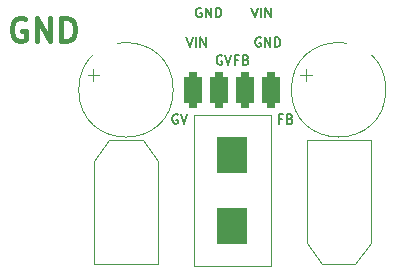
<source format=gbr>
%TF.GenerationSoftware,KiCad,Pcbnew,(6.0.5)*%
%TF.CreationDate,2022-11-23T01:52:28-05:00*%
%TF.ProjectId,Eggman3,4567676d-616e-4332-9e6b-696361645f70,rev?*%
%TF.SameCoordinates,Original*%
%TF.FileFunction,Legend,Top*%
%TF.FilePolarity,Positive*%
%FSLAX46Y46*%
G04 Gerber Fmt 4.6, Leading zero omitted, Abs format (unit mm)*
G04 Created by KiCad (PCBNEW (6.0.5)) date 2022-11-23 01:52:28*
%MOMM*%
%LPD*%
G01*
G04 APERTURE LIST*
G04 Aperture macros list*
%AMRoundRect*
0 Rectangle with rounded corners*
0 $1 Rounding radius*
0 $2 $3 $4 $5 $6 $7 $8 $9 X,Y pos of 4 corners*
0 Add a 4 corners polygon primitive as box body*
4,1,4,$2,$3,$4,$5,$6,$7,$8,$9,$2,$3,0*
0 Add four circle primitives for the rounded corners*
1,1,$1+$1,$2,$3*
1,1,$1+$1,$4,$5*
1,1,$1+$1,$6,$7*
1,1,$1+$1,$8,$9*
0 Add four rect primitives between the rounded corners*
20,1,$1+$1,$2,$3,$4,$5,0*
20,1,$1+$1,$4,$5,$6,$7,0*
20,1,$1+$1,$6,$7,$8,$9,0*
20,1,$1+$1,$8,$9,$2,$3,0*%
G04 Aperture macros list end*
%ADD10C,0.200000*%
%ADD11C,0.400000*%
%ADD12C,0.150000*%
%ADD13C,0.120000*%
%ADD14C,1.800000*%
%ADD15C,2.600000*%
%ADD16RoundRect,0.200000X-1.260293X0.392633X-0.713061X-1.110875X1.260293X-0.392633X0.713061X1.110875X0*%
%ADD17RoundRect,0.200000X1.260293X-0.392633X0.713061X1.110875X-1.260293X0.392633X-0.713061X-1.110875X0*%
%ADD18RoundRect,0.200000X-0.713061X1.110875X-1.260293X-0.392633X0.713061X-1.110875X1.260293X0.392633X0*%
%ADD19RoundRect,0.200000X0.713061X-1.110875X1.260293X0.392633X-0.713061X1.110875X-1.260293X-0.392633X0*%
%ADD20C,4.000000*%
%ADD21RoundRect,1.500000X1.250000X0.000000X1.250000X0.000000X-1.250000X0.000000X-1.250000X0.000000X0*%
%ADD22RoundRect,0.375000X-0.375000X-0.375000X0.375000X-0.375000X0.375000X0.375000X-0.375000X0.375000X0*%
%ADD23RoundRect,0.375000X-0.375000X-1.125000X0.375000X-1.125000X0.375000X1.125000X-0.375000X1.125000X0*%
%ADD24RoundRect,0.375000X-0.375000X0.375000X-0.375000X-0.375000X0.375000X-0.375000X0.375000X0.375000X0*%
%ADD25RoundRect,0.375000X-1.125000X0.375000X-1.125000X-0.375000X1.125000X-0.375000X1.125000X0.375000X0*%
%ADD26RoundRect,0.375000X0.375000X-0.375000X0.375000X0.375000X-0.375000X0.375000X-0.375000X-0.375000X0*%
%ADD27RoundRect,0.375000X1.125000X-0.375000X1.125000X0.375000X-1.125000X0.375000X-1.125000X-0.375000X0*%
G04 APERTURE END LIST*
D10*
X-876190Y17900000D02*
X-952380Y17938095D01*
X-1066666Y17938095D01*
X-1180952Y17900000D01*
X-1257142Y17823809D01*
X-1295238Y17747619D01*
X-1333333Y17595238D01*
X-1333333Y17480952D01*
X-1295238Y17328571D01*
X-1257142Y17252380D01*
X-1180952Y17176190D01*
X-1066666Y17138095D01*
X-990476Y17138095D01*
X-876190Y17176190D01*
X-838095Y17214285D01*
X-838095Y17480952D01*
X-990476Y17480952D01*
X-609523Y17938095D02*
X-342857Y17138095D01*
X-76190Y17938095D01*
X457142Y17557142D02*
X190476Y17557142D01*
X190476Y17138095D02*
X190476Y17938095D01*
X571428Y17938095D01*
X1142857Y17557142D02*
X1257142Y17519047D01*
X1295238Y17480952D01*
X1333333Y17404761D01*
X1333333Y17290476D01*
X1295238Y17214285D01*
X1257142Y17176190D01*
X1180952Y17138095D01*
X876190Y17138095D01*
X876190Y17938095D01*
X1142857Y17938095D01*
X1219047Y17900000D01*
X1257142Y17861904D01*
X1295238Y17785714D01*
X1295238Y17709523D01*
X1257142Y17633333D01*
X1219047Y17595238D01*
X1142857Y17557142D01*
X876190Y17557142D01*
X4214285Y12557142D02*
X3947619Y12557142D01*
X3947619Y12138095D02*
X3947619Y12938095D01*
X4328571Y12938095D01*
X4900000Y12557142D02*
X5014285Y12519047D01*
X5052380Y12480952D01*
X5090476Y12404761D01*
X5090476Y12290476D01*
X5052380Y12214285D01*
X5014285Y12176190D01*
X4938095Y12138095D01*
X4633333Y12138095D01*
X4633333Y12938095D01*
X4900000Y12938095D01*
X4976190Y12900000D01*
X5014285Y12861904D01*
X5052380Y12785714D01*
X5052380Y12709523D01*
X5014285Y12633333D01*
X4976190Y12595238D01*
X4900000Y12557142D01*
X4633333Y12557142D01*
X-4633333Y12900000D02*
X-4709523Y12938095D01*
X-4823809Y12938095D01*
X-4938095Y12900000D01*
X-5014285Y12823809D01*
X-5052380Y12747619D01*
X-5090476Y12595238D01*
X-5090476Y12480952D01*
X-5052380Y12328571D01*
X-5014285Y12252380D01*
X-4938095Y12176190D01*
X-4823809Y12138095D01*
X-4747619Y12138095D01*
X-4633333Y12176190D01*
X-4595238Y12214285D01*
X-4595238Y12480952D01*
X-4747619Y12480952D01*
X-4366666Y12938095D02*
X-4100000Y12138095D01*
X-3833333Y12938095D01*
X-3876190Y19438095D02*
X-3609523Y18638095D01*
X-3342857Y19438095D01*
X-3076190Y18638095D02*
X-3076190Y19438095D01*
X-2695238Y18638095D02*
X-2695238Y19438095D01*
X-2238095Y18638095D01*
X-2238095Y19438095D01*
X1623809Y21938095D02*
X1890476Y21138095D01*
X2157142Y21938095D01*
X2423809Y21138095D02*
X2423809Y21938095D01*
X2804761Y21138095D02*
X2804761Y21938095D01*
X3261904Y21138095D01*
X3261904Y21938095D01*
X2390476Y19400000D02*
X2314285Y19438095D01*
X2200000Y19438095D01*
X2085714Y19400000D01*
X2009523Y19323809D01*
X1971428Y19247619D01*
X1933333Y19095238D01*
X1933333Y18980952D01*
X1971428Y18828571D01*
X2009523Y18752380D01*
X2085714Y18676190D01*
X2200000Y18638095D01*
X2276190Y18638095D01*
X2390476Y18676190D01*
X2428571Y18714285D01*
X2428571Y18980952D01*
X2276190Y18980952D01*
X2771428Y18638095D02*
X2771428Y19438095D01*
X3228571Y18638095D01*
X3228571Y19438095D01*
X3609523Y18638095D02*
X3609523Y19438095D01*
X3800000Y19438095D01*
X3914285Y19400000D01*
X3990476Y19323809D01*
X4028571Y19247619D01*
X4066666Y19095238D01*
X4066666Y18980952D01*
X4028571Y18828571D01*
X3990476Y18752380D01*
X3914285Y18676190D01*
X3800000Y18638095D01*
X3609523Y18638095D01*
X-2609523Y21900000D02*
X-2685714Y21938095D01*
X-2800000Y21938095D01*
X-2914285Y21900000D01*
X-2990476Y21823809D01*
X-3028571Y21747619D01*
X-3066666Y21595238D01*
X-3066666Y21480952D01*
X-3028571Y21328571D01*
X-2990476Y21252380D01*
X-2914285Y21176190D01*
X-2800000Y21138095D01*
X-2723809Y21138095D01*
X-2609523Y21176190D01*
X-2571428Y21214285D01*
X-2571428Y21480952D01*
X-2723809Y21480952D01*
X-2228571Y21138095D02*
X-2228571Y21938095D01*
X-1771428Y21138095D01*
X-1771428Y21938095D01*
X-1390476Y21138095D02*
X-1390476Y21938095D01*
X-1200000Y21938095D01*
X-1085714Y21900000D01*
X-1009523Y21823809D01*
X-971428Y21747619D01*
X-933333Y21595238D01*
X-933333Y21480952D01*
X-971428Y21328571D01*
X-1009523Y21252380D01*
X-1085714Y21176190D01*
X-1200000Y21138095D01*
X-1390476Y21138095D01*
D11*
X-17523809Y21000000D02*
X-17714285Y21095238D01*
X-18000000Y21095238D01*
X-18285714Y21000000D01*
X-18476190Y20809523D01*
X-18571428Y20619047D01*
X-18666666Y20238095D01*
X-18666666Y19952380D01*
X-18571428Y19571428D01*
X-18476190Y19380952D01*
X-18285714Y19190476D01*
X-18000000Y19095238D01*
X-17809523Y19095238D01*
X-17523809Y19190476D01*
X-17428571Y19285714D01*
X-17428571Y19952380D01*
X-17809523Y19952380D01*
X-16571428Y19095238D02*
X-16571428Y21095238D01*
X-15428571Y19095238D01*
X-15428571Y21095238D01*
X-14476190Y19095238D02*
X-14476190Y21095238D01*
X-14000000Y21095238D01*
X-13714285Y21000000D01*
X-13523809Y20809523D01*
X-13428571Y20619047D01*
X-13333333Y20238095D01*
X-13333333Y19952380D01*
X-13428571Y19571428D01*
X-13523809Y19380952D01*
X-13714285Y19190476D01*
X-14000000Y19095238D01*
X-14476190Y19095238D01*
D12*
%TO.C,*%
D13*
%TO.C,C2*%
X-12250000Y16250000D02*
X-11250000Y16250000D01*
X-11750000Y16750000D02*
X-11750000Y15750000D01*
X-5000000Y15000000D02*
G75*
G03*
X-5000000Y15000000I-4000000J0D01*
G01*
%TO.C,C1*%
X5750000Y16250000D02*
X6750000Y16250000D01*
X6250000Y16750000D02*
X6250000Y15750000D01*
X13000000Y15000000D02*
G75*
G03*
X13000000Y15000000I-4000000J0D01*
G01*
%TO.C,J9*%
X-10410000Y10710000D02*
X-11710000Y9010000D01*
X-7590000Y10710000D02*
X-10410000Y10710000D01*
X-7590000Y10710000D02*
X-6290000Y9010000D01*
X-6290000Y290000D02*
X-11710000Y290000D01*
X-6290000Y9010000D02*
X-6290000Y290000D01*
X-11710000Y9010000D02*
X-11710000Y290000D01*
%TO.C,J8*%
X10410000Y290000D02*
X11710000Y1990000D01*
X7590000Y290000D02*
X10410000Y290000D01*
X7590000Y290000D02*
X6290000Y1990000D01*
X6290000Y10710000D02*
X11710000Y10710000D01*
X6290000Y1990000D02*
X6290000Y10710000D01*
X11710000Y1990000D02*
X11710000Y10710000D01*
%TO.C,J7*%
X3250000Y100000D02*
X-3250000Y100000D01*
X3250000Y12900000D02*
X3250000Y100000D01*
X-3250000Y12900000D02*
X3250000Y12900000D01*
X-3250000Y100000D02*
X-3250000Y12900000D01*
%TD*%
%LPC*%
D14*
%TO.C,C2*%
X-10650000Y15000000D03*
X-7350000Y15000000D03*
%TD*%
%TO.C,C1*%
X7350000Y15000000D03*
X10650000Y15000000D03*
%TD*%
D15*
%TO.C,*%
X-11000000Y19000000D03*
%TD*%
%TO.C,*%
X11000000Y19000000D03*
%TD*%
D16*
%TO.C,J11*%
X6198566Y22694079D03*
D17*
X4758957Y22170104D03*
D16*
X7241043Y19829896D03*
D17*
X5801434Y19305921D03*
%TD*%
D18*
%TO.C,J10*%
X-4718923Y22170104D03*
D19*
X-6158532Y22694079D03*
D18*
X-5761400Y19305921D03*
D19*
X-7201010Y19829896D03*
%TD*%
D20*
%TO.C,J9*%
X-9000000Y8000000D03*
X-9000000Y3000000D03*
%TD*%
%TO.C,J8*%
X9000000Y3000000D03*
X9000000Y8000000D03*
%TD*%
D21*
%TO.C,J7*%
X0Y3500000D03*
X0Y9500000D03*
%TD*%
D22*
%TO.C,J4*%
X-3300000Y14250000D03*
D23*
X-3300000Y15000000D03*
%TD*%
D22*
%TO.C,J3*%
X-1100000Y14250000D03*
D23*
X-1100000Y15000000D03*
%TD*%
D24*
%TO.C,J2*%
X1250000Y24500000D03*
D25*
X2000000Y24500000D03*
%TD*%
D22*
%TO.C,J1*%
X1100000Y14250000D03*
D23*
X1100000Y15000000D03*
%TD*%
D22*
%TO.C,J6*%
X3300000Y14250000D03*
D23*
X3300000Y15000000D03*
%TD*%
D26*
%TO.C,J5*%
X-1250000Y24500000D03*
D27*
X-2000000Y24500000D03*
%TD*%
M02*

</source>
